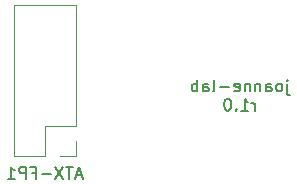
<source format=gbr>
%TF.GenerationSoftware,KiCad,Pcbnew,7.0.9*%
%TF.CreationDate,2023-11-25T21:26:28-08:00*%
%TF.ProjectId,supermicro-ATX-PCB,73757065-726d-4696-9372-6f2d4154582d,rev?*%
%TF.SameCoordinates,Original*%
%TF.FileFunction,Legend,Bot*%
%TF.FilePolarity,Positive*%
%FSLAX46Y46*%
G04 Gerber Fmt 4.6, Leading zero omitted, Abs format (unit mm)*
G04 Created by KiCad (PCBNEW 7.0.9) date 2023-11-25 21:26:28*
%MOMM*%
%LPD*%
G01*
G04 APERTURE LIST*
%ADD10C,0.150000*%
%ADD11C,0.120000*%
G04 APERTURE END LIST*
D10*
X123403809Y-73913152D02*
X123403809Y-74770295D01*
X123403809Y-74770295D02*
X123451428Y-74865533D01*
X123451428Y-74865533D02*
X123546666Y-74913152D01*
X123546666Y-74913152D02*
X123594285Y-74913152D01*
X123403809Y-73579819D02*
X123451428Y-73627438D01*
X123451428Y-73627438D02*
X123403809Y-73675057D01*
X123403809Y-73675057D02*
X123356190Y-73627438D01*
X123356190Y-73627438D02*
X123403809Y-73579819D01*
X123403809Y-73579819D02*
X123403809Y-73675057D01*
X122784762Y-74579819D02*
X122880000Y-74532200D01*
X122880000Y-74532200D02*
X122927619Y-74484580D01*
X122927619Y-74484580D02*
X122975238Y-74389342D01*
X122975238Y-74389342D02*
X122975238Y-74103628D01*
X122975238Y-74103628D02*
X122927619Y-74008390D01*
X122927619Y-74008390D02*
X122880000Y-73960771D01*
X122880000Y-73960771D02*
X122784762Y-73913152D01*
X122784762Y-73913152D02*
X122641905Y-73913152D01*
X122641905Y-73913152D02*
X122546667Y-73960771D01*
X122546667Y-73960771D02*
X122499048Y-74008390D01*
X122499048Y-74008390D02*
X122451429Y-74103628D01*
X122451429Y-74103628D02*
X122451429Y-74389342D01*
X122451429Y-74389342D02*
X122499048Y-74484580D01*
X122499048Y-74484580D02*
X122546667Y-74532200D01*
X122546667Y-74532200D02*
X122641905Y-74579819D01*
X122641905Y-74579819D02*
X122784762Y-74579819D01*
X121594286Y-74579819D02*
X121594286Y-74056009D01*
X121594286Y-74056009D02*
X121641905Y-73960771D01*
X121641905Y-73960771D02*
X121737143Y-73913152D01*
X121737143Y-73913152D02*
X121927619Y-73913152D01*
X121927619Y-73913152D02*
X122022857Y-73960771D01*
X121594286Y-74532200D02*
X121689524Y-74579819D01*
X121689524Y-74579819D02*
X121927619Y-74579819D01*
X121927619Y-74579819D02*
X122022857Y-74532200D01*
X122022857Y-74532200D02*
X122070476Y-74436961D01*
X122070476Y-74436961D02*
X122070476Y-74341723D01*
X122070476Y-74341723D02*
X122022857Y-74246485D01*
X122022857Y-74246485D02*
X121927619Y-74198866D01*
X121927619Y-74198866D02*
X121689524Y-74198866D01*
X121689524Y-74198866D02*
X121594286Y-74151247D01*
X121118095Y-73913152D02*
X121118095Y-74579819D01*
X121118095Y-74008390D02*
X121070476Y-73960771D01*
X121070476Y-73960771D02*
X120975238Y-73913152D01*
X120975238Y-73913152D02*
X120832381Y-73913152D01*
X120832381Y-73913152D02*
X120737143Y-73960771D01*
X120737143Y-73960771D02*
X120689524Y-74056009D01*
X120689524Y-74056009D02*
X120689524Y-74579819D01*
X120213333Y-73913152D02*
X120213333Y-74579819D01*
X120213333Y-74008390D02*
X120165714Y-73960771D01*
X120165714Y-73960771D02*
X120070476Y-73913152D01*
X120070476Y-73913152D02*
X119927619Y-73913152D01*
X119927619Y-73913152D02*
X119832381Y-73960771D01*
X119832381Y-73960771D02*
X119784762Y-74056009D01*
X119784762Y-74056009D02*
X119784762Y-74579819D01*
X118927619Y-74532200D02*
X119022857Y-74579819D01*
X119022857Y-74579819D02*
X119213333Y-74579819D01*
X119213333Y-74579819D02*
X119308571Y-74532200D01*
X119308571Y-74532200D02*
X119356190Y-74436961D01*
X119356190Y-74436961D02*
X119356190Y-74056009D01*
X119356190Y-74056009D02*
X119308571Y-73960771D01*
X119308571Y-73960771D02*
X119213333Y-73913152D01*
X119213333Y-73913152D02*
X119022857Y-73913152D01*
X119022857Y-73913152D02*
X118927619Y-73960771D01*
X118927619Y-73960771D02*
X118880000Y-74056009D01*
X118880000Y-74056009D02*
X118880000Y-74151247D01*
X118880000Y-74151247D02*
X119356190Y-74246485D01*
X118451428Y-74198866D02*
X117689524Y-74198866D01*
X117070476Y-74579819D02*
X117165714Y-74532200D01*
X117165714Y-74532200D02*
X117213333Y-74436961D01*
X117213333Y-74436961D02*
X117213333Y-73579819D01*
X116260952Y-74579819D02*
X116260952Y-74056009D01*
X116260952Y-74056009D02*
X116308571Y-73960771D01*
X116308571Y-73960771D02*
X116403809Y-73913152D01*
X116403809Y-73913152D02*
X116594285Y-73913152D01*
X116594285Y-73913152D02*
X116689523Y-73960771D01*
X116260952Y-74532200D02*
X116356190Y-74579819D01*
X116356190Y-74579819D02*
X116594285Y-74579819D01*
X116594285Y-74579819D02*
X116689523Y-74532200D01*
X116689523Y-74532200D02*
X116737142Y-74436961D01*
X116737142Y-74436961D02*
X116737142Y-74341723D01*
X116737142Y-74341723D02*
X116689523Y-74246485D01*
X116689523Y-74246485D02*
X116594285Y-74198866D01*
X116594285Y-74198866D02*
X116356190Y-74198866D01*
X116356190Y-74198866D02*
X116260952Y-74151247D01*
X115784761Y-74579819D02*
X115784761Y-73579819D01*
X115784761Y-73960771D02*
X115689523Y-73913152D01*
X115689523Y-73913152D02*
X115499047Y-73913152D01*
X115499047Y-73913152D02*
X115403809Y-73960771D01*
X115403809Y-73960771D02*
X115356190Y-74008390D01*
X115356190Y-74008390D02*
X115308571Y-74103628D01*
X115308571Y-74103628D02*
X115308571Y-74389342D01*
X115308571Y-74389342D02*
X115356190Y-74484580D01*
X115356190Y-74484580D02*
X115403809Y-74532200D01*
X115403809Y-74532200D02*
X115499047Y-74579819D01*
X115499047Y-74579819D02*
X115689523Y-74579819D01*
X115689523Y-74579819D02*
X115784761Y-74532200D01*
X120641904Y-76189819D02*
X120641904Y-75523152D01*
X120641904Y-75713628D02*
X120594285Y-75618390D01*
X120594285Y-75618390D02*
X120546666Y-75570771D01*
X120546666Y-75570771D02*
X120451428Y-75523152D01*
X120451428Y-75523152D02*
X120356190Y-75523152D01*
X119499047Y-76189819D02*
X120070475Y-76189819D01*
X119784761Y-76189819D02*
X119784761Y-75189819D01*
X119784761Y-75189819D02*
X119879999Y-75332676D01*
X119879999Y-75332676D02*
X119975237Y-75427914D01*
X119975237Y-75427914D02*
X120070475Y-75475533D01*
X119070475Y-76094580D02*
X119022856Y-76142200D01*
X119022856Y-76142200D02*
X119070475Y-76189819D01*
X119070475Y-76189819D02*
X119118094Y-76142200D01*
X119118094Y-76142200D02*
X119070475Y-76094580D01*
X119070475Y-76094580D02*
X119070475Y-76189819D01*
X118403809Y-75189819D02*
X118308571Y-75189819D01*
X118308571Y-75189819D02*
X118213333Y-75237438D01*
X118213333Y-75237438D02*
X118165714Y-75285057D01*
X118165714Y-75285057D02*
X118118095Y-75380295D01*
X118118095Y-75380295D02*
X118070476Y-75570771D01*
X118070476Y-75570771D02*
X118070476Y-75808866D01*
X118070476Y-75808866D02*
X118118095Y-75999342D01*
X118118095Y-75999342D02*
X118165714Y-76094580D01*
X118165714Y-76094580D02*
X118213333Y-76142200D01*
X118213333Y-76142200D02*
X118308571Y-76189819D01*
X118308571Y-76189819D02*
X118403809Y-76189819D01*
X118403809Y-76189819D02*
X118499047Y-76142200D01*
X118499047Y-76142200D02*
X118546666Y-76094580D01*
X118546666Y-76094580D02*
X118594285Y-75999342D01*
X118594285Y-75999342D02*
X118641904Y-75808866D01*
X118641904Y-75808866D02*
X118641904Y-75570771D01*
X118641904Y-75570771D02*
X118594285Y-75380295D01*
X118594285Y-75380295D02*
X118546666Y-75285057D01*
X118546666Y-75285057D02*
X118499047Y-75237438D01*
X118499047Y-75237438D02*
X118403809Y-75189819D01*
X105989047Y-81679104D02*
X105512857Y-81679104D01*
X106084285Y-81964819D02*
X105750952Y-80964819D01*
X105750952Y-80964819D02*
X105417619Y-81964819D01*
X105227142Y-80964819D02*
X104655714Y-80964819D01*
X104941428Y-81964819D02*
X104941428Y-80964819D01*
X104417618Y-80964819D02*
X103750952Y-81964819D01*
X103750952Y-80964819D02*
X104417618Y-81964819D01*
X103369999Y-81583866D02*
X102608095Y-81583866D01*
X101798571Y-81441009D02*
X102131904Y-81441009D01*
X102131904Y-81964819D02*
X102131904Y-80964819D01*
X102131904Y-80964819D02*
X101655714Y-80964819D01*
X101274761Y-81964819D02*
X101274761Y-80964819D01*
X101274761Y-80964819D02*
X100893809Y-80964819D01*
X100893809Y-80964819D02*
X100798571Y-81012438D01*
X100798571Y-81012438D02*
X100750952Y-81060057D01*
X100750952Y-81060057D02*
X100703333Y-81155295D01*
X100703333Y-81155295D02*
X100703333Y-81298152D01*
X100703333Y-81298152D02*
X100750952Y-81393390D01*
X100750952Y-81393390D02*
X100798571Y-81441009D01*
X100798571Y-81441009D02*
X100893809Y-81488628D01*
X100893809Y-81488628D02*
X101274761Y-81488628D01*
X99750952Y-81964819D02*
X100322380Y-81964819D01*
X100036666Y-81964819D02*
X100036666Y-80964819D01*
X100036666Y-80964819D02*
X100131904Y-81107676D01*
X100131904Y-81107676D02*
X100227142Y-81202914D01*
X100227142Y-81202914D02*
X100322380Y-81250533D01*
D11*
%TO.C,ATX-FP1*%
X100270000Y-67250000D02*
X105470000Y-67250000D01*
X100270000Y-80070000D02*
X100270000Y-67250000D01*
X100270000Y-80070000D02*
X102870000Y-80070000D01*
X102870000Y-77470000D02*
X105470000Y-77470000D01*
X102870000Y-80070000D02*
X102870000Y-77470000D01*
X104140000Y-80070000D02*
X105470000Y-80070000D01*
X105470000Y-77470000D02*
X105470000Y-67250000D01*
X105470000Y-80070000D02*
X105470000Y-78740000D01*
%TD*%
M02*

</source>
